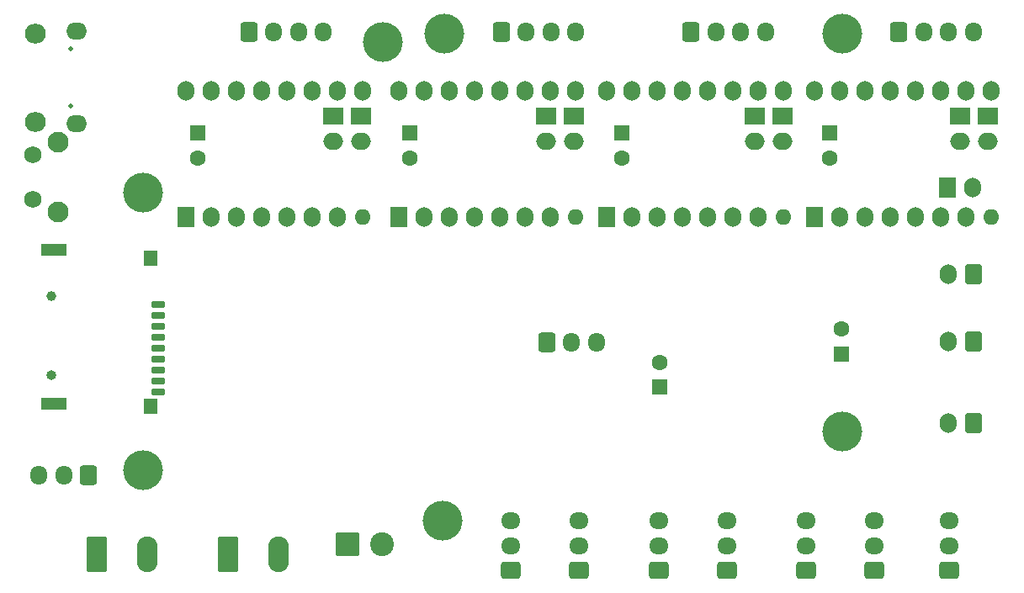
<source format=gbr>
%TF.GenerationSoftware,KiCad,Pcbnew,9.0.1-9.0.1-0~ubuntu24.04.1*%
%TF.CreationDate,2025-04-30T23:19:22+03:00*%
%TF.ProjectId,HYB_ESPA,4859425f-4553-4504-912e-6b696361645f,V_0.1b*%
%TF.SameCoordinates,PX5f5e100PY5f5e100*%
%TF.FileFunction,Soldermask,Bot*%
%TF.FilePolarity,Negative*%
%FSLAX46Y46*%
G04 Gerber Fmt 4.6, Leading zero omitted, Abs format (unit mm)*
G04 Created by KiCad (PCBNEW 9.0.1-9.0.1-0~ubuntu24.04.1) date 2025-04-30 23:19:22*
%MOMM*%
%LPD*%
G01*
G04 APERTURE LIST*
G04 Aperture macros list*
%AMRoundRect*
0 Rectangle with rounded corners*
0 $1 Rounding radius*
0 $2 $3 $4 $5 $6 $7 $8 $9 X,Y pos of 4 corners*
0 Add a 4 corners polygon primitive as box body*
4,1,4,$2,$3,$4,$5,$6,$7,$8,$9,$2,$3,0*
0 Add four circle primitives for the rounded corners*
1,1,$1+$1,$2,$3*
1,1,$1+$1,$4,$5*
1,1,$1+$1,$6,$7*
1,1,$1+$1,$8,$9*
0 Add four rect primitives between the rounded corners*
20,1,$1+$1,$2,$3,$4,$5,0*
20,1,$1+$1,$4,$5,$6,$7,0*
20,1,$1+$1,$6,$7,$8,$9,0*
20,1,$1+$1,$8,$9,$2,$3,0*%
G04 Aperture macros list end*
%ADD10RoundRect,0.249999X-0.790001X-1.550001X0.790001X-1.550001X0.790001X1.550001X-0.790001X1.550001X0*%
%ADD11O,2.080000X3.600000*%
%ADD12RoundRect,0.250000X0.725000X-0.600000X0.725000X0.600000X-0.725000X0.600000X-0.725000X-0.600000X0*%
%ADD13O,1.950000X1.700000*%
%ADD14C,0.500000*%
%ADD15O,2.100000X1.700000*%
%ADD16O,2.100000X2.000000*%
%ADD17R,2.000000X1.700000*%
%ADD18O,2.000000X1.700000*%
%ADD19R,1.600000X1.600000*%
%ADD20C,1.600000*%
%ADD21R,1.700000X2.000000*%
%ADD22O,1.700000X2.000000*%
%ADD23RoundRect,0.250000X0.600000X0.750000X-0.600000X0.750000X-0.600000X-0.750000X0.600000X-0.750000X0*%
%ADD24O,1.600000X1.600000*%
%ADD25C,4.000000*%
%ADD26RoundRect,0.250000X-0.600000X-0.725000X0.600000X-0.725000X0.600000X0.725000X-0.600000X0.725000X0*%
%ADD27O,1.700000X1.950000*%
%ADD28RoundRect,0.250000X0.600000X0.725000X-0.600000X0.725000X-0.600000X-0.725000X0.600000X-0.725000X0*%
%ADD29RoundRect,0.250001X-0.949999X-0.949999X0.949999X-0.949999X0.949999X0.949999X-0.949999X0.949999X0*%
%ADD30C,2.400000*%
%ADD31C,1.750000*%
%ADD32C,2.100000*%
%ADD33O,1.000000X1.000000*%
%ADD34C,1.000000*%
%ADD35RoundRect,0.175000X0.525000X-0.175000X0.525000X0.175000X-0.525000X0.175000X-0.525000X-0.175000X0*%
%ADD36R,1.400000X1.600000*%
%ADD37R,1.400000X1.500000*%
%ADD38R,2.500000X1.200000*%
G04 APERTURE END LIST*
D10*
%TO.C,J21*%
X8800000Y4600000D03*
D11*
X13880000Y4600000D03*
%TD*%
D12*
%TO.C,J26*%
X65401242Y3000000D03*
D13*
X65401242Y5500000D03*
X65401242Y8000000D03*
%TD*%
D14*
%TO.C,J2*%
X6215000Y55490000D03*
X6215000Y49710000D03*
D15*
X6815000Y57250000D03*
D16*
X2635000Y57070000D03*
X2635000Y48130000D03*
D15*
X6815000Y47950000D03*
%TD*%
D17*
%TO.C,J5*%
X32600000Y48700000D03*
D18*
X32600000Y46160000D03*
%TD*%
D19*
%TO.C,C3*%
X19000000Y47000000D03*
D20*
X19000000Y44500000D03*
%TD*%
D21*
%TO.C,J31*%
X94425000Y41500000D03*
D22*
X96965000Y41500000D03*
%TD*%
D23*
%TO.C,J18*%
X97000000Y26010690D03*
D22*
X94500000Y26010690D03*
%TD*%
D17*
%TO.C,J12*%
X77800000Y48700000D03*
D18*
X77800000Y46160000D03*
%TD*%
D21*
%TO.C,U5*%
X60100000Y38600000D03*
D22*
X62640000Y38600000D03*
X65180000Y38600000D03*
X67720000Y38600000D03*
X70260000Y38600000D03*
X72800000Y38600000D03*
X75340000Y38600000D03*
D24*
X77880000Y38600000D03*
D22*
X77880000Y51300000D03*
X75340000Y51300000D03*
X72800000Y51300000D03*
X70260000Y51300000D03*
X67720000Y51300000D03*
X65180000Y51300000D03*
X62640000Y51300000D03*
X60100000Y51300000D03*
%TD*%
D25*
%TO.C,H2*%
X37600000Y56200000D03*
%TD*%
D21*
%TO.C,U3*%
X17800000Y38600000D03*
D22*
X20340000Y38600000D03*
X22880000Y38600000D03*
X25420000Y38600000D03*
X27960000Y38600000D03*
X30500000Y38600000D03*
X33040000Y38600000D03*
D24*
X35580000Y38600000D03*
D22*
X35580000Y51300000D03*
X33040000Y51300000D03*
X30500000Y51300000D03*
X27960000Y51300000D03*
X25420000Y51300000D03*
X22880000Y51300000D03*
X20340000Y51300000D03*
X17800000Y51300000D03*
%TD*%
D21*
%TO.C,U6*%
X81020000Y38600000D03*
D22*
X83560000Y38600000D03*
X86100000Y38600000D03*
X88640000Y38600000D03*
X91180000Y38600000D03*
X93720000Y38600000D03*
X96260000Y38600000D03*
D24*
X98800000Y38600000D03*
D22*
X98800000Y51300000D03*
X96260000Y51300000D03*
X93720000Y51300000D03*
X91180000Y51300000D03*
X88640000Y51300000D03*
X86100000Y51300000D03*
X83560000Y51300000D03*
X81020000Y51300000D03*
%TD*%
D17*
%TO.C,J11*%
X95700000Y48700000D03*
D18*
X95700000Y46160000D03*
%TD*%
D19*
%TO.C,C23*%
X65450000Y21467620D03*
D20*
X65450000Y23967620D03*
%TD*%
D26*
%TO.C,J6*%
X49500000Y57200000D03*
D27*
X52000000Y57200000D03*
X54500000Y57200000D03*
X57000000Y57200000D03*
%TD*%
D26*
%TO.C,J9*%
X89500000Y57200000D03*
D27*
X92000000Y57200000D03*
X94500000Y57200000D03*
X97000000Y57200000D03*
%TD*%
D17*
%TO.C,J4*%
X35400000Y48700000D03*
D18*
X35400000Y46160000D03*
%TD*%
D10*
%TO.C,J23*%
X22000000Y4600000D03*
D11*
X27080000Y4600000D03*
%TD*%
D25*
%TO.C,H5*%
X13500000Y13100000D03*
%TD*%
D19*
%TO.C,C5*%
X40300000Y47000000D03*
D20*
X40300000Y44500000D03*
%TD*%
D21*
%TO.C,U4*%
X39200000Y38600000D03*
D22*
X41740000Y38600000D03*
X44280000Y38600000D03*
X46820000Y38600000D03*
X49360000Y38600000D03*
X51900000Y38600000D03*
X54440000Y38600000D03*
D24*
X56980000Y38600000D03*
D22*
X56980000Y51300000D03*
X54440000Y51300000D03*
X51900000Y51300000D03*
X49360000Y51300000D03*
X46820000Y51300000D03*
X44280000Y51300000D03*
X41740000Y51300000D03*
X39200000Y51300000D03*
%TD*%
D26*
%TO.C,J16*%
X54100000Y26000000D03*
D27*
X56600000Y26000000D03*
X59100000Y26000000D03*
%TD*%
D25*
%TO.C,H3*%
X43800000Y57000000D03*
%TD*%
D17*
%TO.C,J8*%
X56800000Y48700000D03*
D18*
X56800000Y46160000D03*
%TD*%
D26*
%TO.C,J3*%
X24100000Y57200000D03*
D27*
X26600000Y57200000D03*
X29100000Y57200000D03*
X31600000Y57200000D03*
%TD*%
D28*
%TO.C,J15*%
X8000000Y12600000D03*
D27*
X5500000Y12600000D03*
X3000000Y12600000D03*
%TD*%
D26*
%TO.C,J13*%
X68600000Y57200000D03*
D27*
X71100000Y57200000D03*
X73600000Y57200000D03*
X76100000Y57200000D03*
%TD*%
D19*
%TO.C,C6*%
X82520000Y47000000D03*
D20*
X82520000Y44500000D03*
%TD*%
D23*
%TO.C,J17*%
X97000000Y32810690D03*
D22*
X94500000Y32810690D03*
%TD*%
D25*
%TO.C,H4*%
X83800000Y57000000D03*
%TD*%
D12*
%TO.C,J28*%
X72201242Y3000000D03*
D13*
X72201242Y5500000D03*
X72201242Y8000000D03*
%TD*%
D12*
%TO.C,J27*%
X80200000Y3000000D03*
D13*
X80200000Y5500000D03*
X80200000Y8000000D03*
%TD*%
D29*
%TO.C,J22*%
X34020000Y5600000D03*
D30*
X37520000Y5600000D03*
%TD*%
D12*
%TO.C,J24*%
X50505097Y3000000D03*
D13*
X50505097Y5500000D03*
X50505097Y8000000D03*
%TD*%
D19*
%TO.C,C4*%
X61600000Y47000000D03*
D20*
X61600000Y44500000D03*
%TD*%
D31*
%TO.C,SW1*%
X2400000Y40349999D03*
X2400000Y44849999D03*
D32*
X4890000Y39099999D03*
X4890000Y46109999D03*
%TD*%
D17*
%TO.C,J10*%
X75000000Y48700000D03*
D18*
X75000000Y46160000D03*
%TD*%
D19*
%TO.C,C12*%
X83700000Y24800000D03*
D20*
X83700000Y27300000D03*
%TD*%
D25*
%TO.C,H6*%
X83800000Y17000000D03*
%TD*%
D17*
%TO.C,J14*%
X98500000Y48700000D03*
D18*
X98500000Y46160000D03*
%TD*%
D23*
%TO.C,J19*%
X97000000Y17800000D03*
D22*
X94500000Y17800000D03*
%TD*%
D12*
%TO.C,J30*%
X94600000Y3000000D03*
D13*
X94600000Y5500000D03*
X94600000Y8000000D03*
%TD*%
D25*
%TO.C,H1*%
X13500000Y41000000D03*
%TD*%
D17*
%TO.C,J7*%
X54000000Y48700000D03*
D18*
X54000000Y46160000D03*
%TD*%
D25*
%TO.C,H7*%
X43590000Y8000000D03*
%TD*%
D12*
%TO.C,J25*%
X57305097Y3000000D03*
D13*
X57305097Y5500000D03*
X57305097Y8000000D03*
%TD*%
D12*
%TO.C,J29*%
X87000000Y3000000D03*
D13*
X87000000Y5500000D03*
X87000000Y8000000D03*
%TD*%
D33*
%TO.C,J20*%
X4200000Y22650000D03*
D34*
X4200000Y30650000D03*
D35*
X15000000Y29800000D03*
X15000000Y28700000D03*
X15000000Y27600000D03*
X15000000Y26500000D03*
X15000000Y25400000D03*
X15000000Y24300000D03*
X15000000Y23200000D03*
X15000000Y22100000D03*
X15000000Y21000000D03*
D36*
X14200000Y34450000D03*
D37*
X14200000Y19500000D03*
D38*
X4500000Y19800000D03*
X4500000Y35300000D03*
%TD*%
M02*

</source>
